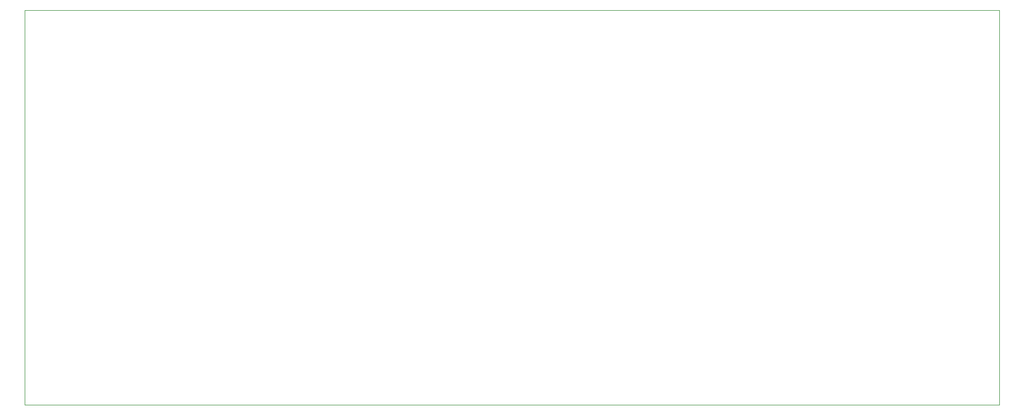
<source format=gbr>
%TF.GenerationSoftware,KiCad,Pcbnew,(5.1.9)-1*%
%TF.CreationDate,2022-04-08T15:22:57-04:00*%
%TF.ProjectId,March_PCB_Design_2_2b2848RGB,4d617263-685f-4504-9342-5f4465736967,rev?*%
%TF.SameCoordinates,Original*%
%TF.FileFunction,Profile,NP*%
%FSLAX46Y46*%
G04 Gerber Fmt 4.6, Leading zero omitted, Abs format (unit mm)*
G04 Created by KiCad (PCBNEW (5.1.9)-1) date 2022-04-08 15:22:57*
%MOMM*%
%LPD*%
G01*
G04 APERTURE LIST*
%TA.AperFunction,Profile*%
%ADD10C,0.100000*%
%TD*%
G04 APERTURE END LIST*
D10*
X180340000Y-60960000D02*
X172720000Y-60960000D01*
X172720000Y-123190000D02*
X180340000Y-123190000D01*
X62230000Y-60960000D02*
X62230000Y-62230000D01*
X215900000Y-60960000D02*
X215900000Y-62230000D01*
X199390000Y-123190000D02*
X215900000Y-123190000D01*
X180340000Y-60960000D02*
X215900000Y-60960000D01*
X215900000Y-72390000D02*
X215900000Y-62230000D01*
X215900000Y-123190000D02*
X215900000Y-72390000D01*
X180340000Y-123190000D02*
X199390000Y-123190000D01*
X62230000Y-60960000D02*
X172720000Y-60960000D01*
X62230000Y-123190000D02*
X62230000Y-62230000D01*
X172720000Y-123190000D02*
X62230000Y-123190000D01*
M02*

</source>
